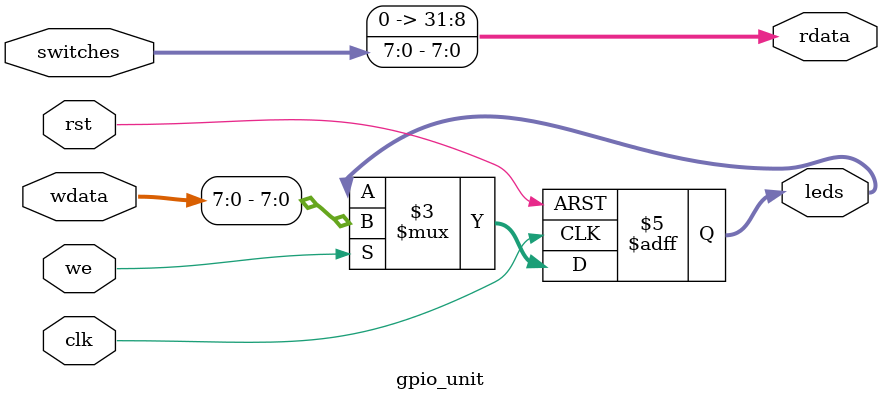
<source format=v>
module gpio_unit (
    input wire clk,
    input wire rst,
    input wire we,
    input wire [31:0] wdata,
    input wire [7:0] switches,
    output reg [31:0] rdata,
    output reg [7:0] leds
);
    // Write Logic: CPU writes to LEDs
    always @(posedge clk or posedge rst) begin
        if (rst) leds <= 8'b0;
        else if (we) leds <= wdata[7:0];
    end

    // Read Logic: CPU reads Switches
    always @(*) begin
        rdata = {24'b0, switches};
    end
endmodule
</source>
